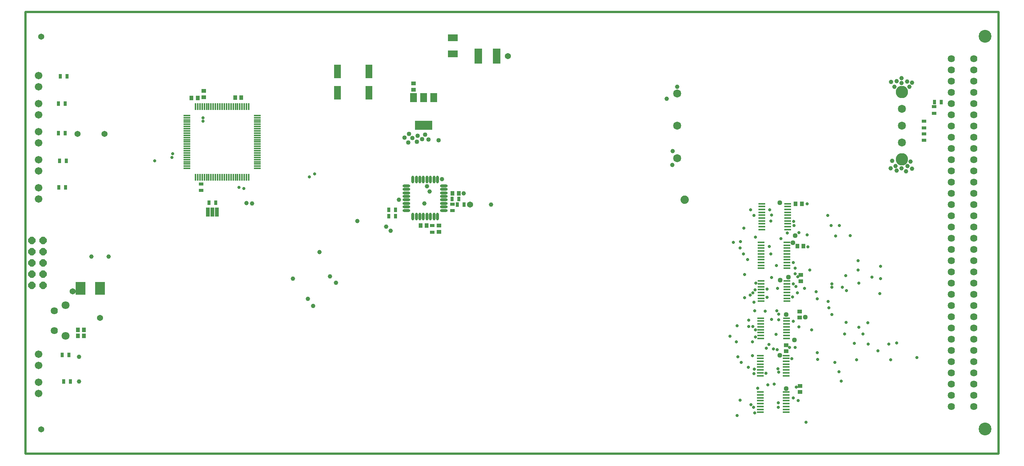
<source format=gts>
%FSTAX23Y23*%
%MOIN*%
%SFA1B1*%

%IPPOS*%
%AMD77*
4,1,8,-0.033000,-0.013600,-0.013600,-0.033000,0.013600,-0.033000,0.033000,-0.013600,0.033000,0.013600,0.013600,0.033000,-0.013600,0.033000,-0.033000,0.013600,-0.033000,-0.013600,0.0*
%
%ADD28C,0.020000*%
%ADD44C,0.040000*%
%ADD56R,0.031560X0.039430*%
%ADD57R,0.039430X0.031560*%
%ADD58R,0.039430X0.035500*%
%ADD59R,0.063060X0.082740*%
%ADD60R,0.153610X0.082740*%
%ADD61R,0.065020X0.133920*%
%ADD62R,0.089830X0.063840*%
%ADD63R,0.062000X0.018000*%
%ADD64R,0.035500X0.039430*%
%ADD65R,0.089000X0.111990*%
%ADD66R,0.059120X0.122110*%
%ADD67R,0.015810X0.063060*%
%ADD68R,0.063060X0.015810*%
%ADD69R,0.032000X0.083000*%
%ADD70O,0.025650X0.068960*%
%ADD71O,0.068960X0.025650*%
%ADD72C,0.110300*%
%ADD73C,0.071870*%
%ADD74C,0.064000*%
%ADD75C,0.114240*%
%ADD76C,0.066990*%
G04~CAMADD=77~4~0.0~0.0~660.0~660.0~0.0~193.3~0~0.0~0.0~0.0~0.0~0~0.0~0.0~0.0~0.0~0~0.0~0.0~0.0~135.0~660.0~660.0*
%ADD77D77*%
%ADD78C,0.070930*%
%ADD79C,0.054000*%
%ADD80C,0.039430*%
%ADD81C,0.029000*%
%ADD82C,0.044000*%
%ADD83C,0.074000*%
%LNeurocard_vme_3u_(3.937_x_8.660_inches)-1*%
%LPD*%
G54D28*
X04Y06D02*
X1266D01*
X04Y09937D02*
X1266D01*
Y06D02*
Y09937D01*
X04Y06D02*
Y09937D01*
G54D44*
X07483Y08781D03*
X07531Y08804D03*
X07444Y08814D03*
X07676Y08796D03*
X07414Y08851D03*
X07555Y08845D03*
X07374Y08819D03*
X07491Y08833D03*
X07407Y08776D03*
X07585Y088D03*
G54D56*
X07234Y08117D03*
X07293D03*
X07234Y08176D03*
X07293D03*
X07902Y08222D03*
X07843D03*
X07797Y08271D03*
X07856D03*
X05693Y08237D03*
X05634D03*
X1215Y09136D03*
X12091D03*
X0437Y09364D03*
X04311D03*
X04297Y08373D03*
X04356D03*
X04304Y0861D03*
X04363D03*
X04294Y08857D03*
X04353D03*
X04294Y0912D03*
X04353D03*
X04385Y06882D03*
X04326D03*
X04398Y06643D03*
X04339D03*
G54D57*
X078Y08226D03*
Y08167D03*
X07621Y08035D03*
Y07976D03*
X12086Y09036D03*
Y09095D03*
X11996Y08904D03*
Y08963D03*
Y08793D03*
Y08852D03*
X05564Y08406D03*
Y08347D03*
G54D58*
X07679Y08034D03*
Y07979D03*
X05586Y09234D03*
Y09179D03*
X10771Y06913D03*
Y06968D03*
X10894Y0655D03*
Y06605D03*
X1089Y07214D03*
Y07269D03*
X109Y07538D03*
Y07593D03*
X07452Y09246D03*
Y09301D03*
G54D59*
X07633Y09176D03*
X07543D03*
X07452D03*
G54D60*
X07543Y08927D03*
G54D61*
X08193Y09543D03*
X08028D03*
G54D62*
X07802Y09564D03*
Y09709D03*
G54D63*
X1077Y06876D03*
Y0685D03*
Y06824D03*
Y06799D03*
Y06773D03*
Y06748D03*
Y06722D03*
Y06696D03*
X1054D03*
Y06722D03*
Y06748D03*
Y06773D03*
Y06799D03*
Y06824D03*
Y0685D03*
Y06876D03*
X1077Y0655D03*
Y06524D03*
Y06498D03*
Y06473D03*
Y06447D03*
Y06422D03*
Y06396D03*
Y0637D03*
X1054D03*
Y06396D03*
Y06422D03*
Y06447D03*
Y06473D03*
Y06498D03*
Y06524D03*
Y0655D03*
X10772Y07209D03*
Y07183D03*
Y07157D03*
Y07132D03*
Y07106D03*
Y07081D03*
Y07055D03*
Y07029D03*
X10542D03*
Y07055D03*
Y07081D03*
Y07106D03*
Y07132D03*
Y07157D03*
Y07183D03*
Y07209D03*
X10775Y0754D03*
Y07514D03*
Y07488D03*
Y07463D03*
Y07437D03*
Y07412D03*
Y07386D03*
Y0736D03*
X10545D03*
Y07386D03*
Y07412D03*
Y07437D03*
Y07463D03*
Y07488D03*
Y07514D03*
Y0754D03*
X10783Y08229D03*
Y08204D03*
Y08178D03*
Y08152D03*
Y08127D03*
Y08101D03*
Y08076D03*
Y0805D03*
Y08024D03*
Y07999D03*
X10553D03*
Y08024D03*
Y0805D03*
Y08076D03*
Y08101D03*
Y08127D03*
Y08152D03*
Y08178D03*
Y08204D03*
Y08229D03*
X10776Y07884D03*
Y07859D03*
Y07833D03*
Y07807D03*
Y07782D03*
Y07756D03*
Y07731D03*
Y07705D03*
Y07679D03*
Y07654D03*
X10546D03*
Y07679D03*
Y07705D03*
Y07731D03*
Y07756D03*
Y07782D03*
Y07807D03*
Y07833D03*
Y07859D03*
Y07884D03*
G54D64*
X10869Y07851D03*
X10924D03*
X10853Y08229D03*
X10908D03*
X05866Y09174D03*
X05921D03*
X078Y08321D03*
X07855D03*
X05532Y09172D03*
X05477D03*
X04466Y07106D03*
X04521D03*
Y0705D03*
X04466D03*
X07516Y08034D03*
X07571D03*
G54D65*
X04489Y07474D03*
X04664D03*
G54D66*
X07057Y09218D03*
Y09407D03*
X06777Y09218D03*
Y09407D03*
G54D67*
X05513Y09094D03*
X05533D03*
X05553D03*
X05572D03*
X05592D03*
X05612D03*
X05631D03*
X05651D03*
X05671D03*
X0569D03*
X0571D03*
X0573D03*
X0575D03*
X05769D03*
X05789D03*
X05809D03*
X05828D03*
X05848D03*
X05868D03*
X05887D03*
X05907D03*
X05927D03*
X05946D03*
X05966D03*
X05986D03*
Y08465D03*
X05966D03*
X05946D03*
X05927D03*
X05907D03*
X05887D03*
X05868D03*
X05848D03*
X05828D03*
X05809D03*
X05789D03*
X05769D03*
X0575D03*
X0573D03*
X0571D03*
X0569D03*
X05671D03*
X05651D03*
X05631D03*
X05612D03*
X05592D03*
X05572D03*
X05553D03*
X05533D03*
X05513D03*
G54D68*
X06064Y09016D03*
Y08996D03*
Y08976D03*
Y08957D03*
Y08937D03*
Y08917D03*
Y08898D03*
Y08878D03*
Y08858D03*
Y08839D03*
Y08819D03*
Y08799D03*
Y0878D03*
Y0876D03*
Y0874D03*
Y0872D03*
Y08701D03*
Y08681D03*
Y08661D03*
Y08642D03*
Y08622D03*
Y08602D03*
Y08583D03*
Y08563D03*
Y08543D03*
X05435D03*
Y08563D03*
Y08583D03*
Y08602D03*
Y08622D03*
Y08642D03*
Y08661D03*
Y08681D03*
Y08701D03*
Y0872D03*
Y0874D03*
Y0876D03*
Y0878D03*
Y08799D03*
Y08819D03*
Y08839D03*
Y08858D03*
Y08878D03*
Y08898D03*
Y08917D03*
Y08937D03*
Y08957D03*
Y08976D03*
Y08996D03*
Y09016D03*
G54D69*
X05702Y08153D03*
X05662D03*
X05622D03*
G54D70*
X07667Y08113D03*
X07635D03*
X07604D03*
X07572D03*
X07541D03*
X07509D03*
X07478D03*
X07446D03*
Y08444D03*
X07478D03*
X07509D03*
X07541D03*
X07572D03*
X07604D03*
X07635D03*
X07667D03*
G54D71*
X07391Y08168D03*
Y082D03*
Y08231D03*
Y08263D03*
Y08294D03*
Y08326D03*
Y08357D03*
Y08389D03*
X07722D03*
Y08357D03*
Y08326D03*
Y08294D03*
Y08263D03*
Y08231D03*
Y082D03*
Y08168D03*
G54D72*
X118Y09223D03*
Y08623D03*
G54D73*
X118Y09073D03*
Y08923D03*
Y08773D03*
X098Y08923D03*
Y0921D03*
Y08635D03*
G54D74*
X1244Y09522D03*
Y09422D03*
Y09322D03*
Y09222D03*
Y09122D03*
Y09022D03*
Y08922D03*
Y08822D03*
Y08722D03*
Y08622D03*
Y08522D03*
Y08422D03*
Y08322D03*
Y08222D03*
Y08122D03*
Y08022D03*
Y07922D03*
Y07822D03*
Y07722D03*
Y07622D03*
Y07522D03*
Y07422D03*
Y07322D03*
Y07222D03*
Y07122D03*
Y07022D03*
Y06922D03*
Y06822D03*
Y06722D03*
Y06622D03*
Y06522D03*
Y06422D03*
X1224Y09522D03*
Y09422D03*
Y09322D03*
Y09222D03*
Y09122D03*
Y09022D03*
Y08922D03*
Y08822D03*
Y08722D03*
Y08622D03*
Y08522D03*
Y08422D03*
Y08322D03*
Y08222D03*
Y08122D03*
Y08022D03*
Y07922D03*
Y07822D03*
Y07722D03*
Y07622D03*
Y07522D03*
Y07422D03*
Y07322D03*
Y07222D03*
Y07122D03*
Y07022D03*
Y06922D03*
Y06822D03*
Y06722D03*
Y06622D03*
Y06522D03*
Y06422D03*
X04257Y07099D03*
Y07276D03*
G54D75*
X1254Y09722D03*
Y06222D03*
G54D76*
X04116Y08872D03*
Y08772D03*
Y09022D03*
Y09122D03*
Y08272D03*
Y08372D03*
Y06637D03*
Y06537D03*
Y06887D03*
Y06787D03*
Y09372D03*
Y09272D03*
Y08622D03*
Y08522D03*
G54D77*
X04155Y07502D03*
X04055D03*
X04155Y07602D03*
X04055D03*
X04155Y07702D03*
X04055D03*
Y07802D03*
X04155D03*
Y07902D03*
X04055D03*
G54D78*
X04356Y07325D03*
Y0705D03*
G54D79*
X0414Y09717D03*
Y06217D03*
X07957Y08222D03*
X08294Y09545D03*
X04464Y08852D03*
X04704Y0885D03*
X04418Y07448D03*
X04664Y07211D03*
G54D80*
X07707Y08449D03*
X07901Y08321D03*
X08142Y08222D03*
X0755Y08231D03*
X11891Y08542D03*
X11699Y08546D03*
X11714Y0861D03*
X11877Y08606D03*
X11754Y08524D03*
X11835Y08519D03*
X1185Y08564D03*
X11743Y08566D03*
X11796Y08545D03*
X11891Y09307D03*
X11796Y09347D03*
X11704Y09315D03*
X11847Y09317D03*
X11752Y0932D03*
X11732Y09272D03*
X11865D03*
X11797Y09304D03*
X09757Y08576D03*
X09761Y08698D03*
X05967Y08234D03*
X06017Y08232D03*
X09705Y09164D03*
X09801Y09272D03*
X07572Y08383D03*
X07596Y08338D03*
X0474Y07759D03*
X04587D03*
X06378Y0756D03*
X06616Y07798D03*
X06952Y08073D03*
X07324Y08263D03*
X04475Y06864D03*
Y06645D03*
X06513Y07382D03*
X06558Y07318D03*
X06711Y0758D03*
X06763Y07523D03*
X07211Y08024D03*
X07248Y07989D03*
G54D81*
X10515Y06583D03*
X10332Y0634D03*
X104Y07392D03*
X10448Y07414D03*
X1069Y06929D03*
X10326Y06998D03*
X10338Y06865D03*
X10361Y06479D03*
X10487Y06754D03*
X10481Y06415D03*
X10401Y07599D03*
X10392Y08012D03*
X10388Y07782D03*
X10956Y07952D03*
X10482Y07352D03*
X10693Y07476D03*
X10825Y07399D03*
X11035Y07446D03*
X11338Y07944D03*
X11209Y0794D03*
X10599Y07393D03*
X10474Y07135D03*
X108Y06947D03*
X10496Y07042D03*
X10484Y06714D03*
X1049Y06364D03*
X10858Y06596D03*
X10874Y07579D03*
X10964Y07845D03*
X10624Y08176D03*
X10639Y08127D03*
X10632Y08074D03*
X10956Y08229D03*
X05579Y08996D03*
X05579Y08965D03*
X06572Y08496D03*
X06527Y08467D03*
X05304Y08641D03*
X0531Y08673D03*
X05148Y0861D03*
X05942Y08366D03*
X05901Y08376D03*
X10369Y06816D03*
X10435Y07192D03*
X10592Y06942D03*
X10615Y06973D03*
X10697Y06758D03*
X10703Y06727D03*
X10701Y06413D03*
Y06456D03*
X10681Y07064D03*
X10468Y06998D03*
X10469Y06873D03*
X10664Y06622D03*
X10606Y06615D03*
X10995Y07104D03*
X11203Y06813D03*
X10932Y07474D03*
X10876Y06476D03*
X10882Y07131D03*
X11047Y06901D03*
X10833Y06499D03*
X10855Y0749D03*
X1087Y07436D03*
X11453Y07068D03*
X11415Y07128D03*
X11303Y07172D03*
X11682Y06978D03*
X11499D03*
X10849Y06949D03*
X10834Y07516D03*
X11307Y07453D03*
X11533Y07575D03*
X11416Y07522D03*
X11932Y06857D03*
X11698Y06839D03*
X11752Y06987D03*
X11049Y06842D03*
X1082Y06849D03*
X11376Y06986D03*
X11238Y0673D03*
X11258Y06647D03*
X11397Y06839D03*
X11586Y06917D03*
X11138Y08123D03*
X10269Y07049D03*
X10632Y07781D03*
X10945Y0628D03*
X10433Y0677D03*
X10455Y06438D03*
X1062Y07847D03*
X10588Y06717D03*
X10301Y07886D03*
X10362Y0789D03*
X10492Y0746D03*
X10473Y07435D03*
X10722Y07917D03*
X1161Y07672D03*
X1141Y0772D03*
X10496Y07931D03*
X10778Y07968D03*
X10837Y08072D03*
X1084Y08035D03*
X1127Y07483D03*
X10686Y07275D03*
X10655Y06936D03*
X11169Y08033D03*
X11047Y0738D03*
X10704Y07244D03*
X10704Y07194D03*
X10639Y07199D03*
X106Y07469D03*
X10848Y07605D03*
X10638Y07572D03*
X10832Y07704D03*
X1115Y07301D03*
X11143Y07357D03*
X11177Y07483D03*
Y07514D03*
X1129Y07069D03*
X10489Y07274D03*
X10582Y07272D03*
X10833Y07182D03*
X11176Y07242D03*
X11609Y07561D03*
X10498Y07521D03*
X10483Y08124D03*
X10454Y08176D03*
X10427Y0773D03*
X10359Y07836D03*
X10497Y07105D03*
X10332Y0714D03*
X10435Y07133D03*
X10682Y07679D03*
X11244Y08033D03*
X10883Y0797D03*
X10851Y07654D03*
X11298Y07587D03*
X1098Y07637D03*
X11408Y07638D03*
X11604Y07428D03*
X11497Y07169D03*
G54D82*
X1077Y06581D03*
X10714Y06879D03*
X10769Y07242D03*
X10717Y07549D03*
X10842Y07016D03*
X10938Y07219D03*
X10788Y07574D03*
X1085Y07945D03*
X10831Y07881D03*
X10712Y08239D03*
G54D83*
X09866Y08265D03*
M02*
</source>
